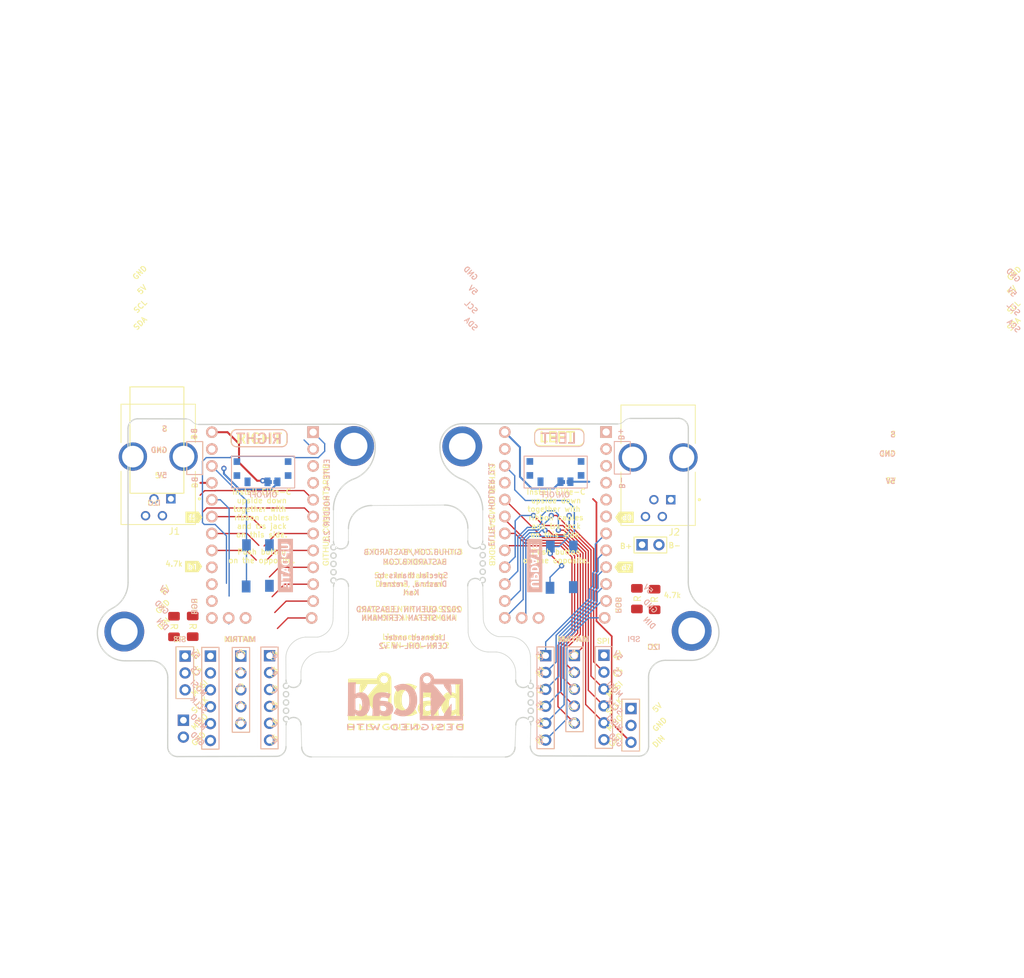
<source format=kicad_pcb>
(kicad_pcb (version 20221018) (generator pcbnew)
  (layers (0 "F.Cu" signal) (31 "B.Cu" signal) (34 "B.Paste" user) (35 "F.Paste" user) (36 "B.SilkS" user "B.Silkscreen") (37 "F.SilkS" user "F.Silkscreen") (38 "B.Mask" user) (39 "F.Mask" user) (44 "Edge.Cuts" user))
  (net 0 "")
  (net 1 "Rst")
  (net 2 "Rst2")
  (net 3 "rgb_r")
  (net 4 "rgb_l")
  (net 5 "ss_l")
  (net 6 "ss_r")
  (net 7 "col3_l")
  (net 8 "row1_l")
  (net 9 "col2_l")
  (net 10 "col1_l")
  (net 11 "row2_l")
  (net 12 "row4_l")
  (net 13 "row3_l")
  (net 14 "col4_l")
  (net 15 "col5_l")
  (net 16 "col6_l")
  (net 17 "row5_l")
  (net 18 "col3_r")
  (net 19 "row1_r")
  (net 20 "col2_r")
  (net 21 "col1_r")
  (net 22 "row2_r")
  (net 23 "row4_r")
  (net 24 "row3_r")
  (net 25 "col4_r")
  (net 26 "col5_r")
  (net 27 "col6_r")
  (net 28 "row5_r")
  (net 29 "GND")
  (net 30 "scl_l")
  (net 31 "sda_l")
  (net 32 "scl_r")
  (net 33 "sda_r")
  (net 34 "+5V")
  (net 35 "serial_r")
  (net 36 "miso_l")
  (net 37 "sc_l")
  (net 38 "mosi_l")
  (net 39 "miso_r")
  (net 40 "sc_r")
  (net 41 "mosi_r")
  (net 42 "split_hand_r")
  (net 43 "serial_l")
  (net 44 "bat_l")
  (net 45 "bat_r")
  (net 46 "split_hand_l")
  (net 47 "bat_sw_l")
  (net 48 "bat_sw_r")
  (footprint "Library:5_PinHeader" (layer "F.Cu") (at 130.302 102.87)
    (fp_text reference "J9" hide)
    (fp_text value "Ribbon")
  )
  (footprint "LOGO" (layer "F.Cu") (at 155 109.7)
    (fp_text reference "G***" hide)
    (fp_text value "LOGO" hide)
  )
  (footprint "Library:6_PinHeader" (layer "F.Cu") (at 176.149 102.799999)
    (fp_text reference "J12" hide)
    (fp_text value "Ribbon")
  )
  (footprint "Library:header1x03" (layer "F.Cu") (at 121.92 102.87)
    (fp_text reference "J4" hide)
    (fp_text value "RGB")
  )
  (footprint "Library:header1x03" (layer "F.Cu") (at 188.976 110.759)
    (fp_text reference "J5" hide)
    (fp_text value "RGB")
  )
  (footprint "kibuzzard-61F01940" (layer "F.Cu") (at 130.15 100.307596)
    (fp_text reference "kibuzzard-61F01940" hide)
    (fp_text value "G***" hide)
  )
  (footprint "Library:MountingHole_4mm_Pad_thin" (layer "F.Cu") (at 198.103921 99.08266)
    (fp_text reference "H3" hide)
    (fp_text value "M4")
  )
  (footprint "kibuzzard-6208EE22" (layer "F.Cu") (at 188 82)
    (fp_text reference "kibuzzard-6208EE22" hide)
    (fp_text value "G***" hide)
  )
  (footprint "kibuzzard-620B8D91" (layer "F.Cu") (at 117.25 79.8)
    (fp_text reference "kibuzzard-620B8D91" hide)
    (fp_text value "G***" hide)
  )
  (footprint "Library:5_PinHeader" (layer "F.Cu") (at 180.467 102.779999)
    (fp_text reference "J11" hide)
    (fp_text value "Ribbon")
  )
  (footprint "JohnDeereLibrary:MOLEX_0955012401" (layer "F.Cu") (at 193.0595 72.998 180)
    (fp_text reference "J2")
    (fp_text value "RJ9")
  )
  (footprint "kibuzzard-62094D1C" (layer "F.Cu") (at 187.9 89.5)
    (fp_text reference "kibuzzard-62094D1C" hide)
    (fp_text value "G***" hide)
  )
  (footprint "Library:R_1206_handsolder" (layer "F.Cu") (at 123.063 98.399 -90)
    (fp_text reference "R2" hide)
    (fp_text value "4.7k")
  )
  (footprint "Library:PinHeader_1x02_P2.54mm_Vertical" (layer "F.Cu") (at 190.642 86.127 90)
    (fp_text reference "J6" hide)
    (fp_text value "battery charge")
  )
  (footprint "Library:R_1206_handsolder" (layer "F.Cu") (at 192.532 94.361 -90)
    (fp_text reference "R1" hide)
    (fp_text value "5.1k")
  )
  (footprint "Library:MountingHole_4mm_Pad_thin" (layer "F.Cu") (at 112.776 99.18266)
    (fp_text reference "H4" hide)
    (fp_text value "M4")
  )
  (footprint "kibuzzard-61F019CB" (layer "F.Cu") (at 187.1 95.22795 -90)
    (fp_text reference "kibuzzard-61F019CB" hide)
    (fp_text value "G***" hide)
  )
  (footprint "Library:6_PinHeader" (layer "F.Cu") (at 125.73 102.87)
    (fp_text reference "J7" hide)
    (fp_text value "trackball")
  )
  (footprint "Library:MountingHole_4mm_Pad_thin" (layer "F.Cu") (at 147.33762 71.28266)
    (fp_text reference "H2" hide)
    (fp_text value "M4")
  )
  (footprint "kibuzzard-6208EFFE" (layer "F.Cu") (at 177.972311 69.878921)
    (fp_text reference "kibuzzard-6208EFFE" hide)
    (fp_text value "G***" hide)
  )
  (footprint "kibuzzard-61F01B61" (layer "F.Cu") (at 133.131898 70.089775)
    (fp_text reference "kibuzzard-61F01B61" hide)
    (fp_text value "G***" hide)
  )
  (footprint "kibuzzard-620B8D91" (layer "F.Cu") (at 192.405 101.473)
    (fp_text reference "kibuzzard-620B8D91" hide)
    (fp_text value "G***" hide)
  )
  (footprint "kibuzzard-61F01A92" (layer "F.Cu") (at 168.07 81.6 -90)
    (fp_text reference "kibuzzard-61F01A92" hide)
    (fp_text value "G***" hide)
  )
  (footprint "Library:PinHeader_1x02_P2.54mm_Vertical" (layer "F.Cu") (at 121.666 112.517)
    (fp_text reference "J3" hide)
    (fp_text value "battery charge")
  )
  (footprint "kibuzzard-62093EDE" (layer "F.Cu") (at 123.2 89.4)
    (fp_text reference "kibuzzard-62093EDE" hide)
    (fp_text value "G***" hide)
  )
  (footprint "kibuzzard-61F01957" (layer "F.Cu") (at 121.07 100.319999)
    (fp_text reference "kibuzzard-61F01957" hide)
    (fp_text value "G***" hide)
  )
  (footprint "kibuzzard-6208EDFE" (layer "F.Cu") (at 123.25 82)
    (fp_text reference "kibuzzard-6208EDFE" hide)
    (fp_text value "G***" hide)
  )
  (footprint "kibuzzard-61F01940" (layer "F.Cu") (at 180.2962 100.287596)
    (fp_text reference "kibuzzard-61F01940" hide)
    (fp_text value "G***" hide)
  )
  (footprint "Library:R_1206_handsolder" (layer "F.Cu") (at 120.25 98.425 -90)
    (fp_text reference "R4" hide)
    (fp_text value "4.7k")
  )
  (footprint "JohnDeereLibrary:MOLEX_0955012401" (layer "F.Cu") (at 117.8755 72.871 180)
    (fp_text reference "J1")
    (fp_text value "RJ9")
  )
  (footprint "Library:MountingHole_4mm_Pad_thin" (layer "F.Cu") (at 163.603921 71.33266)
    (fp_text reference "H1" hide)
    (fp_text value "M4")
  )
  (footprint "kibuzzard-61F019CB" (layer "F.Cu") (at 123.3 95.39205 90)
    (fp_text reference "kibuzzard-61F019CB" hide)
    (fp_text value "G***" hide)
  )
  (footprint "kibuzzard-61F01A92" (layer "F.Cu") (at 143.1 81.6 90)
    (fp_text reference "kibuzzard-61F01A92" hide)
    (fp_text value "G***" hide)
  )
  (footprint "kibuzzard-61F01957" (layer "F.Cu") (at 184.785 100.584)
    (fp_text reference "kibuzzard-61F01957" hide)
    (fp_text value "G***" hide)
  )
  (footprint "Library:R_1206_handsolder" (layer "F.Cu") (at 189.865 94.234 -90)
    (fp_text reference "R3" hide)
    (fp_text value "5.1k")
  )
  (footprint "Library:6_PinHeader" (layer "F.Cu") (at 184.912 102.743)
    (fp_text reference "J8" hide)
    (fp_text value "trackball")
  )
  (footprint "Library:6_PinHeader" (layer "F.Cu") (at 134.62 102.819999)
    (fp_text reference "J10" hide)
    (fp_text value "Ribbon")
  )
  (footprint "kibuzzard-61F01957" (layer "B.Cu") (at 189.443399 100.299999 180)
    (fp_text reference "kibuzzard-61F01957" hide)
    (fp_text value "G***" hide)
  )
  (footprint "kibuzzard-61F01C84" (layer "B.Cu") (at 137 89.25 -90)
    (fp_text reference "kibuzzard-61F01C84" hide)
    (fp_text value "G***" hide)
  )
  (footprint "Library:power_switch_jumper" (layer "B.Cu") (at 135.0825 76.7 90)
    (fp_text reference "JP1" hide)
    (fp_text value "Jumper_2_Open" hide)
  )
  (footprint "Library:SW_SPDT+H-MSK12C01_hor(7pin_SMD)" (layer "B.Cu") (at 177.62 74.65)
    (fp_text reference "SW4")
    (fp_text value "SW_SPDT")
  )
  (footprint "Library:power_switch_jumper" (layer "B.Cu") (at 179.1825 76.7 90)
    (fp_text reference "JP2" hide)
    (fp_text value "Jumper_2_Open" hide)
  )
  (footprint "kibuzzard-61F019CB" (layer "B.Cu") (at 123.3 95.42 -90)
    (fp_text reference "kibuzzard-61F019CB" hide)
    (fp_text value "G***" hide)
  )
  (footprint "Library:Elite-C" (layer "B.Cu") (at 177.62 83.15 -90)
    (fp_text reference "U2" hide)
    (fp_text value "eliteC" hide)
  )
  (footprint "kibuzzard-620B8D91" (layer "B.Cu") (at 192.405 101.473 180)
    (fp_text reference "kibuzzard-620B8D91" hide)
    (fp_text value "G***" hide)
  )
  (footprint "Library:PushSwitch" (layer "B.Cu") (at 178.6 89.5 -90)
    (fp_text reference "SW2" hide)
    (fp_text value "SW_SPST")
  )
  (footprint "kibuzzard-620B8593" (layer "B.Cu") (at 133.5 78.6 180)
    (fp_text reference "kibuzzard-620B8593" hide)
    (fp_text value "G***" hide)
  )
  (footprint "kibuzzard-620B8593" (layer "B.Cu") (at 177.5 78.6 180)
    (fp_text reference "kibuzzard-620B8593" hide)
    (fp_text value "G***" hide)
  )
  (footprint "kibuzzard-61F01C84" (layer "B.Cu") (at 174.5 89.25 90)
    (fp_text reference "kibuzzard-61F01C84" hide)
    (fp_text value "G***" hide)
  )
  (footprint "kibuzzard-6208EFFE" (layer "B.Cu") (at 177.972311 70.078921 180)
    (fp_text reference "kibuzzard-6208EFFE" hide)
    (fp_text value "G***" hide)
  )
  (footprint "kibuzzard-620B8D91" (layer "B.Cu") (at 117.25 79.8 180)
    (fp_text reference "kibuzzard-620B8D91" hide)
    (fp_text value "G***" hide)
  )
  (footprint "Library:PushSwitch" (layer "B.Cu") (at 132.9 89.3 -90)
    (fp_text reference "SW1" hide)
    (fp_text value "SW_SPST")
  )
  (footprint "Library:Elite-C" (layer "B.Cu") (at 133.56 83.17 -90)
    (fp_text reference "U1" hide)
    (fp_text value "eliteC" hide)
  )
  (footprint "kibuzzard-61F01940" (layer "B.Cu") (at 130.2 100.307596 180)
    (fp_text reference "kibuzzard-61F01940" hide)
    (fp_text value "G***" hide)
  )
  (footprint "LOGO" (layer "B.Cu") (at 155.137365 109.729936 180)
    (fp_text reference "G***" hide)
    (fp_text value "LOGO" hide)
  )
  (footprint "Library:SW_SPDT+H-MSK12C01_hor(7pin_SMD)" (layer "B.Cu") (at 133.56 74.67)
    (fp_text reference "SW3")
    (fp_text value "SW_SPDT")
  )
  (footprint "kibuzzard-61F01957" (layer "B.Cu") (at 121.15 100.319999 180)
    (fp_text reference "kibuzzard-61F01957" hide)
    (fp_text value "G***" hide)
  )
  (footprint "kibuzzard-61F01940" (layer "B.Cu") (at 180.3462 100.287596 180)
    (fp_text reference "kibuzzard-61F01940" hide)
    (fp_text value "G***" hide)
  )
  (footprint "kibuzzard-61F01B61" (layer "B.Cu") (at 132.951528 70.110754 180)
    (fp_text reference "kibuzzard-61F01B61" hide)
    (fp_text value "G***" hide)
  )
  (footprint "kibuzzard-61F019CB" (layer "B.Cu") (at 187.1 95.2 90)
    (fp_text reference "kibuzzard-61F019CB" hide)
    (fp_text value "G***" hide)
  )
  (gr_arc (start 129.654811 71.391078) (mid 129.111527 71.160324) (end 128.873922 70.62) (stroke (width 0.15)) (layer "B.SilkS"))
  (gr_rect (start 128.9 72.8) (end 138.4 77.6) (stroke (width 0.15)) (fill none) (layer "B.SilkS"))
  (gr_line (start 181.893389 69.571081) (end 181.893389 70.590192) (stroke (width 0.12)) (layer "B.SilkS"))
  (gr_rect (start 122.17 70.61) (end 124.57 75.56) (stroke (width 0.15)) (fill none) (layer "B.SilkS"))
  (gr_arc (start 175.272311 71.371081) (mid 174.72906 71.140293) (end 174.491422 70.600003) (stroke (width 0.12)) (layer "B.SilkS"))
  (gr_line (start 136.495 68.82) (end 129.67 68.82) (stroke (width 0.15)) (layer "B.SilkS"))
  (gr_arc (start 181.1125 68.800003) (mid 181.655751 69.030791) (end 181.893389 69.571081) (stroke (width 0.12)) (layer "B.SilkS"))
  (gr_arc (start 181.893389 70.590192) (mid 181.653719 71.142086) (end 181.097311 71.371082) (stroke (width 0.12)) (layer "B.SilkS"))
  (gr_line (start 175.272311 71.371081) (end 181.097311 71.371081) (stroke (width 0.12)) (layer "B.SilkS"))
  (gr_line (start 174.491422 70.600003) (end 174.491422 69.580892) (stroke (width 0.12)) (layer "B.SilkS"))
  (gr_line (start 181.1125 68.800003) (end 175.2875 68.800002) (stroke (width 0.12)) (layer "B.SilkS"))
  (gr_arc (start 136.495 68.82) (mid 137.038284 69.050754) (end 137.275889 69.591078) (stroke (width 0.15)) (layer "B.SilkS"))
  (gr_line (start 129.654811 71.391078) (end 136.479811 71.391079) (stroke (width 0.15)) (layer "B.SilkS"))
  (gr_line (start 137.275889 69.591078) (end 137.275889 70.610189) (stroke (width 0.15)) (layer "B.SilkS"))
  (gr_rect (start 172.9 72.8) (end 182.4 77.6) (stroke (width 0.15)) (fill none) (layer "B.SilkS"))
  (gr_arc (start 174.491422 69.580892) (mid 174.731092 69.028998) (end 175.2875 68.800002) (stroke (width 0.12)) (layer "B.SilkS"))
  (gr_line (start 128.873922 70.62) (end 128.873922 69.600889) (stroke (width 0.15)) (layer "B.SilkS"))
  (gr_arc (start 128.873922 69.600889) (mid 129.113616 69.04902) (end 129.67 68.819999) (stroke (width 0.15)) (layer "B.SilkS"))
  (gr_rect (start 186.47 70.6) (end 188.87 75.5) (stroke (width 0.15)) (fill none) (layer "B.SilkS"))
  (gr_arc (start 137.275889 70.610189) (mid 137.036195 71.162058) (end 136.479811 71.391079) (stroke (width 0.15)) (layer "B.SilkS"))
  (gr_rect (start 189.437 84.963) (end 194.357 87.363) (stroke (width 0.15)) (fill none) (layer "F.SilkS"))
  (gr_line (start 128.807537 70.58921) (end 128.807537 69.570099) (stroke (width 0.15)) (layer "F.SilkS"))
  (gr_line (start 129.603615 71.3701) (end 136.428615 71.370099) (stroke (width 0.15)) (layer "F.SilkS"))
  (gr_arc (start 137.209504 70.599021) (mid 136.971899 71.139345) (end 136.428615 71.370099) (stroke (width 0.15)) (layer "F.SilkS"))
  (gr_line (start 181.893389 69.409811) (end 181.893389 70.428922) (stroke (width 0.12)) (layer "F.SilkS"))
  (gr_arc (start 181.893389 70.428922) (mid 181.655751 70.969212) (end 181.1125 71.2) (stroke (width 0.12)) (layer "F.SilkS"))
  (gr_rect (start 122.17 70.61) (end 124.57 75.58) (stroke (width 0.15)) (fill none) (layer "F.SilkS"))
  (gr_arc (start 181.097311 68.628921) (mid 181.653719 68.857917) (end 181.893389 69.409811) (stroke (width 0.12)) (layer "F.SilkS"))
  (gr_arc (start 175.2875 71.200001) (mid 174.731092 70.971005) (end 174.491422 70.419111) (stroke (width 0.12)) (layer "F.SilkS"))
  (gr_arc (start 174.491422 69.4) (mid 174.72906 68.85971) (end 175.272311 68.628922) (stroke (width 0.12)) (layer "F.SilkS"))
  (gr_line (start 174.491422 70.419111) (end 174.491422 69.4) (stroke (width 0.12)) (layer "F.SilkS"))
  (gr_line (start 181.097311 68.628921) (end 175.272311 68.628922) (stroke (width 0.12)) (layer "F.SilkS"))
  (gr_arc (start 128.807537 69.570099) (mid 129.045142 69.029775) (end 129.588426 68.799021) (stroke (width 0.15)) (layer "F.SilkS"))
  (gr_arc (start 129.603615 71.3701) (mid 129.047231 71.141079) (end 128.807537 70.58921) (stroke (width 0.15)) (layer "F.SilkS"))
  (gr_line (start 175.2875 71.2) (end 181.1125 71.2) (stroke (width 0.12)) (layer "F.SilkS"))
  (gr_rect (start 113.62762 62.38266) (end 121.73762 78.38266) (stroke (width 0.15)) (fill none) (layer "F.SilkS"))
  (gr_line (start 137.209504 69.57991) (end 137.209504 70.599021) (stroke (width 0.15)) (layer "F.SilkS"))
  (gr_arc (start 136.413426 68.79902) (mid 136.96981 69.028041) (end 137.209504 69.57991) (stroke (width 0.15)) (layer "F.SilkS"))
  (gr_line (start 136.413426 68.799021) (end 129.588426 68.799021) (stroke (width 0.15)) (layer "F.SilkS"))
  (gr_arc (start 173.792097 112.733917) (mid 173.876853 112.972999) (end 173.90589 113.224993) (stroke (width 0.2)) (layer "Edge.Cuts"))
  (gr_arc (start 113.341486 91.773749) (mid 112.713926 94.049213) (end 111.001486 95.673749) (stroke (width 0.2)) (layer "Edge.Cuts"))
  (gr_line (start 168.715247 102.254538) (end 167.490399 102.254538) (stroke (width 0.1)) (layer "Edge.Cuts"))
  (gr_line (start 137.096291 106.475003) (end 137.07 103.02) (stroke (width 0.1)) (layer "Edge.Cuts"))
  (gr_arc (start 123.961303 68.03306) (mid 123.432539 67.923329) (end 123 67.6) (stroke (width 0.1)) (layer "Edge.Cuts"))
  (gr_line (start 120.775358 117.982362) (end 135.631351 117.953354) (stroke (width 0.2)) (layer "Edge.Cuts"))
  (gr_circle (center 166.676385 90.188657) (end 166.676385 90.588657) (stroke (width 0.2)) (fill none) (layer "Edge.Cuts"))
  (gr_arc (start 144.230005 80.872466) (mid 144.961194 78.178153) (end 147.046951 76.322466) (stroke (width 0.2)) (layer "Edge.Cuts"))
  (gr_line (start 170.932032 99.95202) (end 169.060898 99.95202) (stroke (width 0.1)) (layer "Edge.Cuts"))
  (gr_line (start 141.87 100.02) (end 139.998866 100.02) (stroke (width 0.1)) (layer "Edge.Cuts"))
  (gr_circle (center 137.102181 109.849998) (end 137.102181 110.249998) (stroke (width 0.2)) (fill none) (layer "Edge.Cuts"))
  (gr_arc (start 146.48 85.627716) (mid 145.830958 86.649039) (end 144.631224 86.490941) (stroke (width 0.2)) (layer "Edge.Cuts"))
  (gr_line (start 139.454235 116.557869) (end 139.358068 113.221065) (stroke (width 0.1)) (layer "Edge.Cuts"))
  (gr_arc (start 144.353864 91.890163) (mid 143.92409 91.26161) (end 144.640003 91.520942) (stroke (width 0.2)) (layer "Edge.Cuts"))
  (gr_arc (start 191.628074 116.465413) (mid 191.192415 117.495394) (end 190.15554 117.914382) (stroke (width 0.2)) (layer "Edge.Cuts"))
  (gr_line (start 146.48 85.627716) (end 146.488218 83.7) (stroke (width 0.1)) (layer "Edge.Cuts"))
  (gr_line (start 140.903204 118.03399) (end 170.087195 118.041847) (stroke (width 0.1)) (layer "Edge.Cuts"))
  (gr_arc (start 166.560598 91.822183) (mid 166.648817 92.061652) (end 166.689112 92.313653) (stroke (width 0.2)) (layer "Edge.Cuts"))
  (gr_line (start 173.90589 113.224993) (end 173.837548 116.409253) (stroke (width 0.1)) (layer "Edge.Cuts"))
  (gr_arc (start 168.715247 102.254538) (mid 170.739638 103.207857) (end 171.644113 105.254538) (stroke (width 0.1)) (layer "Edge.Cuts"))
  (gr_arc (start 173.504672 112.365697) (mid 174.219675 112.103869) (end 173.792097 112.733917) (stroke (width 0.2)) (layer "Edge.Cuts"))
  (gr_line (start 144.230005 85.631645) (end 144.230005 80.872466) (stroke (width 0.1)) (layer "Edge.Cuts"))
  (gr_line (start 112.943471 103.585074) (end 116.773949 103.576051) (stroke (width 0.2)) (layer "Edge.Cuts"))
  (gr_arc (start 147.305648 67.994096) (mid 149.64034 69.075303) (end 150.500942 71.5) (stroke (width 0.2)) (layer "Edge.Cuts"))
  (gr_arc (start 144.17 97.12) (mid 143.551367 98.991429) (end 141.87 100.02) (stroke (width 0.1)) (layer "Edge.Cuts"))
  (gr_arc (start 199.929412 95.605769) (mid 202.084528 100.328794) (end 197.987427 103.517094) (stroke (width 0.2)) (layer "Edge.Cuts"))
  (gr_circle (center 144.233714 87.756642) (end 144.233714 88.156642) (stroke (width 0.2)) (fill none) (layer "Edge.Cuts"))
  (gr_arc (start 173.894109 106.475005) (mid 173.865952 106.727098) (end 173.782031 106.966475) (stroke (width 0.2)) (layer "Edge.Cuts"))
  (gr_arc (start 160.25 71.5) (mid 161.167564 68.985797) (end 163.62525 67.926116) (stroke (width 0.2)) (layer "Edge.Cuts"))
  (gr_line (start 137.108072 113.224991) (end 137.09335 116.477233) (stroke (width 0.1)) (layer "Edge.Cuts"))
  (gr_circle (center 144.235895 89.00664) (end 144.235895 89.40664) (stroke (width 0.2)) (fill none) (layer "Edge.Cuts"))
  (gr_arc (start 150.500942 71.5) (mid 149.564986 74.477799) (end 147.046951 76.322466) (stroke (width 0.2)) (layer "Edge.Cuts"))
  (gr_circle (center 173.902181 111.099996) (end 173.902181 110.699996) (stroke (width 0.2)) (fill none) (layer "Edge.Cuts"))
  (gr_arc (start 137.506289 112.3643) (mid 138.705464 112.202013) (end 139.358068 113.221065) (stroke (width 0.2)) (layer "Edge.Cuts"))
  (gr_arc (start 144.640003 91.520942) (mid 145.839178 91.358655) (end 146.491782 92.377707) (stroke (width 0.2)) (layer "Edge.Cuts"))
  (gr_line (start 186.969595 67.96508) (end 163.62525 67.926116) (stroke (width 0.2)) (layer "Edge.Cuts"))
  (gr_arc (start 144.241786 92.381633) (mid 144.269943 92.12954) (end 144.353864 91.890163) (stroke (width 0.2)) (layer "Edge.Cuts"))
  (gr_line (start 171.644113 106.478931) (end 171.644113 105.254538) (stroke (width 0.1)) (layer "Edge.Cuts"))
  (gr_line (start 144.17 97.12) (end 144.241786 92.381633) (stroke (width 0.1)) (layer "Edge.Cuts"))
  (gr_line (start 191.616949 106.048071) (end 191.628074 116.465413) (stroke (width 0.2)) (layer "Edge.Cuts"))
  (gr_arc (start 170.932032 99.95202) (mid 172.956423 100.905339) (end 173.860898 102.95202) (stroke (width 0.1)) (layer "Edge.Cuts"))
  (gr_arc (start 139.346286 106.471074) (mid 138.697244 107.492397) (end 137.49751 107.334299) (stroke (width 0.2)) (layer "Edge.Cuts"))
  (gr_arc (start 137.210084 106.966079) (mid 137.125328 106.726997) (end 137.096291 106.475003) (stroke (width 0.2)) (layer "Edge.Cuts"))
  (gr_line (start 164.434462 85.559736) (end 164.44268 83.63202) (stroke (width 0.1)) (layer "Edge.Cuts"))
  (gr_line (start 166.689112 92.313653) (end 166.760898 97.05202) (stroke (width 0.1)) (layer "Edge.Cuts"))
  (gr_line (start 146.491782 92.377707) (end 146.5 99.317815) (stroke (width 0.1)) (layer "Edge.Cuts"))
  (gr_arc (start 166.283238 86.422961) (mid 165.083504 86.581059) (end 164.434462 85.559736) (stroke (width 0.2)) (layer "Edge.Cuts"))
  (gr_circle (center 173.9 109.849998) (end 173.9 109.449998) (stroke (width 0.2)) (fill none) (layer "Edge.Cuts"))
  (gr_line (start 147.305648 67.994096) (end 123.961303 68.03306) (stroke (width 0.2)) (layer "Edge.Cuts"))
  (gr_arc (start 122.1 67.2) (mid 122.587196 67.31631) (end 123 67.6) (stroke (width 0.1)) (layer "Edge.Cuts"))
  (gr_line (start 139.346286 105.246681) (end 139.346286 106.471074) (stroke (width 0.1)) (layer "Edge.Cuts"))
  (gr_arc (start 187.930898 67.53202) (mid 187.498359 67.855349) (end 186.969595 67.96508) (stroke (width 0.1)) (layer "Edge.Cuts"))
  (gr_line (start 122.1 67.2) (end 114.781486 67.183749) (stroke (width 0.2)) (layer "Edge.Cuts"))
  (gr_arc (start 139.346286 105.246681) (mid 140.250761 103.2) (end 142.275152 102.246681) (stroke (width 0.1)) (layer "Edge.Cuts"))
  (gr_arc (start 167.490399 102.254538) (mid 165.443718 101.350063) (end 164.490399 99.325672) (stroke (width 0.1)) (layer "Edge.Cuts"))
  (gr_circle (center 173.897818 108.600001) (end 173.897818 108.200001) (stroke (width 0.2)) (fill none) (layer "Edge.Cuts"))
  (gr_arc (start 163.703991 76.322466) (mid 161.185957 74.477798) (end 160.25 71.5) (stroke (width 0.2)) (layer "Edge.Cuts"))
  (gr_circle (center 137.1 108.6) (end 137.1 109) (stroke (width 0.2)) (fill none) (layer "Edge.Cuts"))
  (gr_arc (start 137.497509 107.334299) (mid 136.782506 107.596127) (end 137.210084 106.966079) (stroke (width 0.2)) (layer "Edge.Cuts"))
  (gr_arc (start 169.060898 99.95202) (mid 167.379531 98.923449) (end 166.760898 97.05202) (stroke (width 0.1)) (layer "Edge.Cuts"))
  (gr_arc (start 112.943471 103.585074) (mid 108.84637 100.396774) (end 111.001486 95.673749) (stroke (width 0.2)) (layer "Edge.Cuts"))
  (gr_arc (start 144.343798 86.122721) (mid 144.259042 85.883639) (end 144.230005 85.631645) (stroke (width 0.2)) (layer "Edge.Cuts"))
  (gr_line (start 173.860898 102.95202) (end 173.894109 106.475005) (stroke (width 0.1)) (layer "Edge.Cuts"))
  (gr_line (start 175.299547 117.885374) (end 190.15554 117.914382) (stroke (width 0.2)) (layer "Edge.Cuts"))
  (gr_circle (center 137.104363 111.099995) (end 137.104363 111.499995) (stroke (width 0.2)) (fill none) (layer "Edge.Cuts"))
  (gr_arc (start 113.331486 68.653749) (mid 113.754912 67.621278) (end 114.781486 67.183749) (stroke (width 0.2)) (layer "Edge.Cuts"))
  (gr_arc (start 146.5 99.317815) (mid 145.546681 101.342206) (end 143.5 102.246681) (stroke (width 0.1)) (layer "Edge.Cuts"))
  (gr_line (start 197.589412 91.705769) (end 197.599412 68.585769) (stroke (width 0.2)) (layer "Edge.Cuts"))
  (gr_line (start 119.302824 116.533393) (end 119.313949 106.116051) (stroke (width 0.2)) (layer "Edge.Cuts"))
  (gr_arc (start 187.930898 67.53202) (mid 188.343703 67.24833) (end 188.830898 67.13202) (stroke (width 0.1)) (layer "Edge.Cuts"))
  (gr_arc (start 163.703991 76.322466) (mid 165.856247 78.16381) (end 166.684457 80.872466) (stroke (width 0.2)) (layer "Edge.Cuts"))
  (gr_arc (start 173.782031 106.966475) (mid 174.211805 107.595028) (end 173.495892 107.335696) (stroke (width 0.2)) (layer "Edge.Cuts"))
  (gr_line (start 194.156949 103.508071) (end 197.987427 103.517094) (stroke (width 0.2)) (layer "Edge.Cuts"))
  (gr_arc (start 137.09335 116.477233) (mid 136.67 117.52) (end 135.631351 117.953354) (stroke (width 0.2)) (layer "Edge.Cuts"))
  (gr_arc (start 171.655895 113.228922) (mid 172.304937 112.207599) (end 173.504671 112.365697) (stroke (width 0.2)) (layer "Edge.Cuts"))
  (gr_arc (start 173.495892 107.335696) (mid 172.296717 107.497983) (end 171.644113 106.478931) (stroke (width 0.2)) (layer "Edge.Cuts"))
  (gr_arc (start 120.775358 117.982362) (mid 119.738483 117.563374) (end 119.302824 116.533393) (stroke (width 0.2)) (layer "Edge.Cuts"))
  (gr_line (start 143.5 102.246681) (end 142.275152 102.246681) (stroke (width 0.1)) (layer "Edge.Cuts"))
  (gr_arc (start 171.536164 116.565726) (mid 171.117394 117.603878) (end 170.087195 118.041847) (stroke (width 0.2)) (layer "Edge.Cuts"))
  (gr_circle (center 166.678567 88.93866) (end 166.678567 89.33866) (stroke (width 0.2)) (fill none) (layer "Edge.Cuts"))
  (gr_circle (center 166.680748 87.688662) (end 166.680748 88.088662) (stroke (width 0.2)) (fill none) (layer "Edge.Cuts"))
  (gr_arc (start 166.684457 85.563665) (mid 166.65542 85.815659) (end 166.570664 86.054741) (stroke (width 0.2)) (layer "Edge.Cuts"))
  (gr_arc (start 116.773949 103.576051) (mid 118.57 104.32) (end 119.313949 106.116051) (stroke (width 0.2)) (layer "Edge.Cuts"))
  (gr_arc (start 144.631223 86.490941) (mid 143.91622 86.752769) (end 144.343798 86.122721) (stroke (width 0.2)) (layer "Edge.Cuts"))
  (gr_line (start 171.655895 113.228922) (end 171.536164 116.565726) (stroke (width 0.1)) (layer "Edge.Cuts"))
  (gr_arc (start 146.488218 83.7) (mid 147.519123 81.230649) (end 149.999469 80.226486) (stroke (width 0.2)) (layer "Edge.Cuts"))
  (gr_arc (start 137.108072 113.224991) (mid 137.136229 112.972898) (end 137.22015 112.733521) (stroke (width 0.2)) (layer "Edge.Cuts"))
  (gr_line (start 196.149412 67.115769) (end 188.830898 67.13202) (stroke (width 0.2)) (layer "Edge.Cuts"))
  (gr_arc (start 137.07 103.02) (mid 137.974475 100.973319) (end 139.998866 100.02) (stroke (width 0.1)) (layer "Edge.Cuts"))
  (gr_arc (start 140.903204 118.03399) (mid 139.873005 117.596021) (end 139.454235 116.557869) (stroke (width 0.2)) (layer "Edge.Cuts"))
  (gr_arc (start 175.299547 117.885374) (mid 174.260898 117.45202) (end 173.837548 116.409253) (stroke (width 0.2)) (layer "Edge.Cuts"))
  (gr_line (start 164.42268 92.309727) (end 164.490399 99.325672) (stroke (width 0.1)) (layer "Edge.Cuts"))
  (gr_arc (start 199.929412 95.605769) (mid 198.216972 93.981233) (end 197.589412 91.705769) (stroke (width 0.2)) (layer "Edge.Cuts"))
  (gr_line (start 166.684457 80.872466) (end 166.684457 85.563665) (stroke (width 0.1)) (layer "Edge.Cuts"))
  (gr_arc (start 164.42268 92.309727) (mid 165.075283 91.290673) (end 166.274459 91.452962) (stroke (width 0.2)) (layer "Edge.Cuts"))
  (gr_arc (start 196.149412 67.115769) (mid 197.175986 67.553298) (end 197.599412 68.585769) (stroke (width 0.2)) (layer "Edge.Cuts"))
  (gr_arc (start 160.931429 80.158506) (mid 163.411775 81.162669) (end 164.44268 83.63202) (stroke (width 0.2)) (layer "Edge.Cuts"))
  (gr_circle (center 144.238077 90.256637) (end 144.238077 90.656637) (stroke (width 0.2)) (fill none) (layer "Edge.Cuts"))
  (gr_arc (start 137.22015 112.733521) (mid 136.790376 112.104968) (end 137.506289 112.3643) (stroke (width 0.2)) (layer "Edge.Cuts"))
  (gr_line (start 113.331486 68.653749) (end 113.341486 91.773749) (stroke (width 0.2)) (layer "Edge.Cuts"))
  (gr_arc (start 166.570664 86.054741) (mid 166.998242 86.684789) (end 166.283239 86.422961) (stroke (width 0.2)) (layer "Edge.Cuts"))
  (gr_arc (start 166.274459 91.452962) (mid 166.990372 91.19363) (end 166.560598 91.822183) (stroke (width 0.2)) (layer "Edge.Cuts"))
  (gr_line (start 149.999469 80.226486) (end 160.931429 80.158506) (stroke (width 0.1)) (layer "Edge.Cuts"))
  (gr_arc (start 191.616949 106.048071) (mid 192.360898 104.25202) (end 194.156949 103.508071) (stroke (width 0.2)) (layer "Edge.Cuts"))
  (gr_text "ELITE-C HOLDER 2.1" (at 143.25 79.55 90) (layer "B.SilkS") (effects (font (size 0.8 0.8)) (justify mirror)))
  (gr_text "R4" (at 175.37 102.76 -45) (layer "B.SilkS") (effects (font (size 0.8 0.8)) (justify mirror)))
  (gr_text "C2" (at 180.3462 107.82 -45) (layer "B.SilkS") (effects (font (size 0.8 0.8)) (justify mirror)))
  (gr_text "C4" (at 175.37 107.84 -45) (layer "B.SilkS") (effects (font (size 0.8 0.8)) (justify mirror)))
  (gr_text "R4" (at 135.0938 102.760001 315) (layer "B.SilkS") (effects (font (size 0.8 0.8)) (justify mirror)))
  (gr_text "C6" (at 135.0938 112.920001 315) (layer "B.SilkS") (effects (font (size 0.8 0.8)) (justify mirror)))
  (gr_text "R5" (at 135.0938 115.460001 315) (layer "B.SilkS") (effects (font (size 0.8 0.8)) (justify mirror)))
  (gr_text "R2" (at 180.3462 112.9 -45) (layer "B.SilkS") (effects (font (size 0.8 0.8)) (justify mirror)))
  (gr_text "C6" (at 175.37 112.92 -45) (layer "B.SilkS") (effects (font (size 0.8 0.8)) (justify mirror)))
  (gr_text "R5" (at 175.3446 115.454058 -45) (layer "B.SilkS") (effects (font (size 0.8 0.8)) (justify mirror)))
  (gr_text "GND" (at 117.984762 71.88) (layer "B.SilkS") (effects (font (size 0.8 0.8)) (justify mirror)))
  (gr_text "B-" (at 187.6 76.8 270) (layer "B.SilkS") (effects (font (size 0.8 0.8)) (justify mirror)))
  (gr_text "GND" (at 227.526857 72.46) (layer "B.SilkS") (effects (font (size 0.8 0.8)) (justify mirror)))
  (gr_text "GND" (at 123.788375 115.319999 -45) (layer "B.SilkS") (effects (font (size 0.8 0.8)) (justify mirror)))
  (gr_text "C1" (at 130.25 110.279999 -45) (layer "B.SilkS") (effects (font (size 0.8 0.8)) (justify mirror)))
  (gr_text "GND" (at 191.9 95.36 -45) (layer "B.SilkS") (effects (font (size 0.8 0.8)) (justify mirror)))
  (gr_text "SCL" (at 164.933998 50.382999 -45) (layer "B.SilkS") (effects (font (size 0.8 0.8)) (justify mirror)))
  (gr_text "GND" (at 118.399814 95.54 -45) (layer "B.SilkS") (effects (font (size 0.8 0.8)) (justify mirror)))
  (gr_text "R1" (at 180.3462 105.28 -45) (layer "B.SilkS") (effects (font (size 0.8 0.8)) (justify mirror)))
  (gr_text "5V" (at 123.438189 102.619999 -45) (layer "B.SilkS") (effects (font (size 0.8 0.8)) (justify mirror)))
  (gr_text "5V" (at 228.022095 76.56) (layer "B.SilkS") (effects (font (size 0.8 0.8)) (justify mirror)))
  (gr_text "5V" (at 246.253 48.133 -45) (layer "B.SilkS") (effects (font (size 0.8 0.8)) (justify mirror)))
  (gr_text "R1" (at 130.25 105.199999 -45) (layer "B.SilkS") (effects (font (size 0.8 0.8)) (justify mirror)))
  (gr_text "C5" (at 175.37 110.38 -45) (layer "B.SilkS") (effects (font (size 0.8 0.8)) (justify mirror)))
  (gr_text "2022 QUENTIN LEBASTARD\nAND STEFAN KERKMANN\n" (at 155.55 96.5) (layer "B.SilkS") (effects (font (size 0.8 0.8)) (justify mirror)))
  (gr_text "C4" (at 135.0938 107.840001 315) (layer "B.SilkS") (effects (font (size 0.8 0.8)) (justify mirror)))
  (gr_text "ELITE-C HOLDER 2.1" (at 167.95 80.05 270) (layer "B.SilkS") (effects (font (size 0.8 0.8)) (justify mirror)))
  (gr_text "BASTARDKB.COM" (at 156.47 88.72) (layer "B.SilkS") (effects (font (size 0.8 0.8) (thickness 0.12)) (justify mirror)))
  (gr_text "SDA" (at 246.535842 53.212999 -45) (layer "B.SilkS") (effects (font (size 0.8 0.8)) (justify mirror)))
  (gr_text "Special thanks to:\nDrashna, Freznel \nKarl" (at 155.92 92.02) (layer "B.SilkS") (effects (font (size 0.8 0.8)) (justify mirror)))
  (gr_text "DIN" (at 118.54797 98.08 -45) (layer "B.SilkS") (effects (font (size 0.8 0.8)) (justify mirror)))
  (gr_text "5V" (at 118.75 93 -45) (layer "B.SilkS") (effects (font (size 0.8 0.8)) (justify mirror)))
  (gr_text "MOSI" (at 186.4962 107.879998 -45) (layer "B.SilkS") (effects (font (size 0.8 0.8)) (justify mirror)))
  (gr_text "GND" (at 164.853186 45.303 -45) (layer "B.SilkS") (effects (font (size 0.8 0.8)) (justify mirror)))
  (gr_text "GND" (at 186.657824 115.499999 -45) (layer "B.SilkS") (effects (font (size 0.8 0.8)) (justify mirror)))
  (gr_text "R3" (at 135.0938 105.300001 315) (layer "B.SilkS") (effects (font (size 0.8 0.8)) (justify mirror)))
  (gr_text "S" (at 228.364952 69.56) (layer "B.SilkS") (effects (font (size 0.8 0.8)) (justify mirror)))
  (gr_text "S" (at 118.822857 68.68) (layer "B.SilkS") (effects (font (size 0.8 0.8)) (justify mirror)))
  (gr_text "MISO" (at 186.4962 112.959998 -45) (layer "B.SilkS") (effects (font (size 0.8 0.8)) (justify mirror)))
  (gr_text "5V" (at 118.48 75.68) (layer "B.SilkS") (effects (font (size 0.8 0.8)) (justify mirror)))
  (gr_text "CS" (at 186.967604 105.339999 -45) (layer "B.SilkS") (effects (font (size 0.8 0.8)) (justify mirror)))
  (gr_text "MOSI" (at 123.95 107.699998 -45) (layer "B.SilkS") (effects (font (size 0.8 0.8)) (justify mirror)))
  (gr_text "MISO" (at 123.95 112.779998 -45) (layer "B.SilkS") (effects (font (size 0.8 0.8)) (justify mirror)))
  (gr_text "R2" (at 130.25 112.819999 -45) (layer "B.SilkS") (effects (font (size 0.8 0.8)) (justify mirror)))
  (gr_text "C3" (at 180.3462 102.74 -45) (layer "B.SilkS") (effects (font (size 0.8 0.8)) (justify mirror)))
  (gr_text "GND" (at 246.470529 45.593 -45) (layer "B.SilkS") (effects (font (size 0.8 0.8)) (justify mirror)))
  (gr_text "C3" (at 130.25 102.659999 -45) (layer "B.SilkS") (effects (font (size 0.8 0.8)) (justify mirror)))
  (gr_text "5V" (at 165.203372 47.843 -45) (layer "B.SilkS") (effects (font (size 0.8 0.8)) (justify mirror)))
  (gr_text "GITHUB.COM/BASTARDKB" (at 156.15 87.25) (layer "B.SilkS") (effects (font (size 0.8 0.8) (thickness 0.12)) (justify mirror)))
  (gr_text "R3" (at 175.37 105.3 -45) (layer "B.SilkS") (effects (font (size 0.8 0.8)) (justify mirror)))
  (gr_text "SCL" (at 246.522374 50.672999 -45) (layer "B.SilkS") (effects (font (size 0.8 0.8)) (justify mirror)))
  (gr_text "C1" (at 180.3462 110.36 -45) (layer "B.SilkS") (effects (font (size 0.8 0.8)) (justify mirror)))
  (gr_text "SDA" (at 164.920529 52.922999 -45) (layer "B.SilkS") (effects (font (size 0.8 0.8)) (justify mirror)))
  (gr_text "CS" (at 123.478595 105.159999 -45) (layer "B.SilkS") (effects (font (size 0.8 0.8)) (justify mirror)))
  (gr_text "B-" (at 123.4 76.8 90) (layer "B.SilkS") (effects (font (size 0.8 0.8)) (justify mirror)))
  (gr_text "5V" (at 187.00801 102.799999 -45) (layer "B.SilkS") (effects (font (size 0.8 0.8)) (justify mirror)))
  (gr_text "DIN" (at 191.751845 97.9 -45) (layer "B.SilkS") (effects (font (size 0.8 0.8)) (justify mirror)))
  (gr_text "SCLK" (at 186.455794 110.419998 -45) (layer "B.SilkS") (effects (font (size 0.8 0.8)) (justify mirror)))
  (gr_text "C2" (at 130.25 107.739999 -45) (layer "B.SilkS") (effects (font (size 0.8 0.8)) (justify mirror)))
  (gr_text "B+" (at 187.5 69.5 -90) (layer "B.SilkS") (effects (font (size 0.8 0.8)) (justify mirror)))
  (gr_text "C5" (at 135.0938 110.380001 315) (layer "B.SilkS") (effects (font (size 0.8 0.8)) (justify mirror)))
  (gr_text "Licensed under \nCERN-OHL-W v2" (at 156.22 100.72) (layer "B.SilkS") (effects (font (size 0.8 0.8)) (justify mirror)))
  (gr_text "5V" (at 191.549814 92.82 -45) (layer "B.SilkS") (effects (font (size 0.8 0.8)) (justify mirror)))
  (gr_text "SCLK" (at 123.990406 110.239998 -45) (layer "B.SilkS") (effects (font (size 0.8 0.8)) (justify mirror)))
  (gr_text "B+" (at 123.3 69.5 90) (layer "B.SilkS") (effects (font (size 0.8 0.8)) (justify mirror)))
  (gr_text "MISO" (at 124.109594 112.779999 45) (layer "F.SilkS") (effects (font (size 0.8 0.8))))
  (gr_text "R3" (at 135.17 105.3 45) (layer "F.SilkS") (effects (font (size 0.8 0.8))))
  (gr_text "5V" (at 115.458374 47.752001 45) (layer "F.SilkS") (effects (font (size 0.8 0.8))))
  (gr_text "GND" (at 115.108188 45.212001 45) (layer "F.SilkS") (effects (font (size 0.8 0.8))))
  (gr_text "R4" (at 175.4462 102.760001 45) (layer "F.SilkS") (effects (font (size 0.8 0.8))))
  (gr_text "C2" (at 130.2754 107.74 45) (layer "F.SilkS") (effects (font (size 0.8 0.8))))
  (gr_text "B-" (at 195.537 86.233) (layer "F.SilkS") (effects (font (size 0.8 0.8))))
  (gr_text "SCLK" (at 186.481194 110.419999 45) (layer "F.SilkS") (effects (font (size 0.8 0.8))))
  (gr_text "5V" (at 246.268498 47.883 45) (layer "F.SilkS") (effects (font (size 0.8 0.8))))
  (gr_text "C2" (at 180.3716 107.820001 45) (layer "F.SilkS") (effects (font (size 0.8 0.8))))
  (gr_text "B+" (at 123.3 69.4 90) (layer "F.SilkS") (effects (font (size 0.8 0.8))))
  (gr_text "2022 QUENTIN LEBASTARD\nAND STEFAN KERKMANN" (at 155.704994 96.470539) (layer "F.SilkS") (effects (font (size 0.8 0.8))))
  (gr_text "C4" (at 135.17 107.84 45) (layer "F.SilkS") (effects (font (size 0.8 0.8))))
  (gr_text "DIN" (at 193.145845 115.708 45) (layer "F.SilkS") (effects (font (size 0.8 0.8))))
  (gr_text "R2" (at 130.2754 112.82 45) (layer "F.SilkS") (effects (font (size 0.8 0.8))))
  (gr_text "5V" (at 118.111953 75.71) (layer "F.SilkS") (effects (font (size 0.8 0.8))))
  (gr_text "SDA" (at 115.175531 52.832 45) (layer "F.SilkS") (effects (font (size 0.8 0.8))))
  (gr_text "GND" (at 186.683224 115.5 45) (layer "F.SilkS") (effects (font (size 0.8 0.8))))
  (gr_text "BASTARDKB.COM" (at 156.47 88.72) (layer "F.SilkS") (effects (font (size 0.8 0.8) (thickness 0.12))))
  (gr_text "R1" (at 130.2754 105.2 45) (layer "F.SilkS") (effects (font (size 0.8 0.8))))
  (gr_text "5V" (at 228.079238 76.49) (layer "F.SilkS") (effects (font (size 0.8 0.8))))
  (gr_text "MOSI" (at 186.5216 107.879999 45) (layer "F.SilkS") (effects (font (size 0.8 0.8))))
  (gr_text "GND" (at 123.947969 115.32 45) (layer "F.SilkS") (effects (font (size 0.8 0.8))))
  (gr_text "C6" (at 175.4462 112.920001 45) (layer "F.SilkS") (effects (font (size 0.8 0.8))))
  (gr_text "SCLK" (at 124.15 110.239999 45) (layer "F.SilkS") (effects (font (size 0.8 0.8))))
  (gr_text "GND" (at 246.618684 45.343 45) (layer "F.SilkS") (effects (font (size 0.8 0.8))))
  (gr_text "R4" (at 135.17 102.76 45) (layer "F.SilkS") (effects (font (size 0.8 0.8))))
  (gr_text "Special thanks to:\nDrashna, Freznel \nKarl" (at 155.92 92.02) (layer "F.SilkS") (effects (font (size 0.8 0.8))))
  (gr_text "C5" (at 175.4462 110.380001 45) (layer "F.SilkS") (effects (font (size 0.8 0.8))))
  (gr_text "C1" (at 180.3716 110.360001 45) (layer "F.SilkS") (effects (font (size 0.8 0.8))))
  (gr_text "5V" (at 123.597783 102.62 45) (layer "F.SilkS") (effects (font (size 0.8 0.8))))
  (gr_text "GITHUB.COM/BASTARDKB" (at 156.32 87.2) (layer "F.SilkS") (effects (font (size 0.8 0.8) (thickness 0.12))))
  (gr_text "MISO" (at 186.5216 112.959999 45) (layer "F.SilkS") (effects (font (size 0.8 0.8))))
  (gr_text "R3" (at 175.4462 105.300001 45) (layer "F.SilkS") (effects (font (size 0.8 0.8))))
  (gr_text "S" (at 228.422095 69.49) (layer "F.SilkS") (effects (font (size 0.8 0.8))))
  (gr_text "B+" (at 188.237 86.333) (layer "F.SilkS") (effects (font (size 0.8 0.8))))
  (gr_text "C3" (at 180.3716 102.740001 45) (layer "F.SilkS") (effects (font (size 0.8 0.8))))
  (gr_text "SCL" (at 115.189 50.292 45) (layer "F.SilkS") (effects (font (size 0.8 0.8))))
  (gr_text "R5" (at 135.1954 115.454058 45) (layer "F.SilkS") (effects (font (size 0.8 0.8))))
  (gr_text "GND" (at 193.294 113.157 45) (layer "F.SilkS") (effects (font (size 0.8 0.8))))
  (gr_text "Install Elite-C\nupside down\ntogether with \nribbon cables\nand trs jack\non this side.\n\nPush button\non the opposite." (at 133.45 83.333613) (layer "F.SilkS") (effects (font (size 0.8 0.8))))
  (gr_text "GND" (at 118.035762 71.91) (layer "F.SilkS") (effects (font (size 0.8 0.8))))
  (gr_text "4.7k" (at 195.199 93.726) (layer "F.SilkS") (effects (font (size 0.8 0.8))))
  (gr_text "C5" (at 135.17 110.38 45) (layer "F.SilkS") (effects (font (size 0.8 0.8))))
  (gr_text "GND" (at 118.555533 95.45 45) (layer "F.SilkS") (effects (font (size 0.8 0.8))))
  (gr_text "5V" (at 192.943814 110.628 45) (layer "F.SilkS") (effects (font (size 0.8 0.8))))
  (gr_text "MOSI" (at 124.109594 107.699999 45) (layer "F.SilkS") (effects (font (size 0.8 0.8))))
  (gr_text "DIN" (at 118.703689 98.001 45) (layer "F.SilkS") (effects (font (size 0.8 0.8))))
  (gr_text "5V" (at 187.03341 102.8 45) (layer "F.SilkS") (effects (font (size 0.8 0.8))))
  (gr_text "C3" (at 130.2754 102.66 45) (layer "F.SilkS") (effects (font (size 0.8 0.8))))
  (gr_text "R1" (at 180.3716 105.280001 45) (layer "F.SilkS") (effects (font (size 0.8 0.8))))
  (gr_text "S" (at 118.873857 68.71) (layer "F.SilkS") (effects (font (size 0.8 0.8))))
  (gr_text "Install Elite-C\nupside down\ntogether with \nribbon cables\nand trs jack\non this side.\n\nPush button\non the opposite." (at 177.7 83.333613) (layer "F.SilkS") (effects (font (size 0.8 0.8))))
  (gr_text "B-" (at 123.4 76.7 90) (layer "F.SilkS") (effects (font (size 0.8 0.8))))
  (gr_text "C4" (at 175.4462 107.840001 45) (layer "F.SilkS") (effects (font (size 0.8 0.8))))
  (gr_text "SDA" (at 246.55134 52.962999 45) (layer "F.SilkS") (effects (font (size 0.8 0.8))))
  (gr_text "R2" (at 180.3716 112.900001 45) (layer "F.SilkS") (effects (font (size 0.8 0.8))))
  (gr_text "CS" (at 186.993004 105.34 45) (layer "F.SilkS") (effects (font (size 0.8 0.8))))
  (gr_text "5V" (at 118.905719 92.921 45) (layer "F.SilkS") (effects (font (size 0.8 0.8))))
  (gr_text "R5" (at 175.4462 115.460001 45) (layer "F.SilkS") (effects (font (size 0.8 0.8))))
  (gr_text "GND" (at 227.584 72.39) (layer "F.SilkS") (effects (font (size 0.8 0.8))))
  (gr_text "4.7k" (at 120.25 89) (layer "F.SilkS") (effects (font (size 0.8 0.8))))
  (gr_text "C1" (at 130.2754 110.28 45) (layer "F.SilkS") (effects (font (size 0.8 0.8))))
  (gr_text "Licensed under \nCERN-OHL-W v2" (at 156.47 100.62) (layer "F.SilkS") (effects (font (size 0.8 0.8))))
  (gr_text "C6" (at 135.17 112.92 45) (layer "F.SilkS") (effects (font (size 0.8 0.8))))
  (gr_text "SCL" (at 246.537872 50.422999 45) (layer "F.SilkS") (effects (font (size 0.8 0.8))))
  (gr_text "CS" (at 123.638189 105.16 45) (layer "F.SilkS") (effects (font (size 0.8 0.8))))
  (segment (start 131.15 86.2) (end 131.15 92.35) (width 0.2) (layer "B.Cu") (net 1))
  (segment (start 131.15 79.49) (end 131.15 86.2) (width 0.2) (layer "B.Cu") (net 1))
  (segment (start 131.15 92.35) (end 131.1 92.4) (width 0.2) (layer "B.Cu") (net 1))
  (segment (start 125.94 74.28) (end 131.15 79.49) (width 0.2) (layer "B.Cu") (net 1))
  (segment (start 176.84 87.58) (end 176.84 87.45) (width 0.2) (layer "F.Cu") (net 2))
  (segment (start 178.54 89.28) (end 176.84 87.58) (width 0.2) (layer "F.Cu") (net 2))
  (via (at 176.84 87.45) (size 0.8) (drill 0.4) (layers "F.Cu" "B.Cu") (net 2))
  (via (at 178.54 89.28) (size 0.8) (drill 0.4) (layers "F.Cu" "B.Cu") (net 2))
  (segment (start 173.09 79.47) (end 171.49 77.87) (width 0.2) (layer "B.Cu") (net 2))
  (segment (start 176.8 91.02) (end 178.54 89.28) (width 0.2) (layer "B.Cu") (net 2))
  (segment (start 180.459511 80.619511) (end 179.31 79.47) (width 0.2) (layer "B.Cu") (net 2))
  (segment (start 180.340978 84.21) (end 180.35 84.21) (width 0.2) (layer "B.Cu") (net 2))
  (segment (start 176.8 92.6) (end 176.8 91.02) (width 0.2) (layer "B.Cu") (net 2))
  (segment (start 176.84 86.41) (end 176.85 86.4) (width 0.2) (layer "B.Cu") (net 2))
  (segment (start 180.35 84.21) (end 180.459511 84.100489) (width 0.2) (layer "B.Cu") (net 2))
  (segment (start 171.49 77.87) (end 171.49 75.75) (width 0.2) (layer "B.Cu") (net 2))
  (segment (start 176.84 87.45) (end 176.84 86.41) (width 0.2) (layer "B.Cu") (net 2))
  (segment (start 180.459511 84.100489) (end 180.459511 80.619511) (width 0.2) (layer "B.Cu") (net 2))
  (segment (start 178.150978 86.4) (end 180.340978 84.21) (width 0.2) (layer "B.Cu") (net 2))
  (segment (start 176.85 86.4) (end 178.150978 86.4) (width 0.2) (layer "B.Cu") (net 2))
  (segment (start 179.31 79.47) (end 173.09 79.47) (width 0.2) (layer "B.Cu") (net 2))
  (segment (start 171.49 75.75) (end 170 74.26) (width 0.2) (layer "B.Cu") (net 2))
  (segment (start 128.14048 91.91952) (end 128.14048 84.789253) (width 0.2) (layer "B.Cu") (net 3))
  (segment (start 128.710978 73.02) (end 128.910489 72.820489) (width 0.2) (layer "B.Cu") (net 3))
  (segment (start 125.1 73.02) (end 128.710978 73.02) (width 0.2) (layer "B.Cu") (net 3))
  (segment (start 124.805811 83.075811) (end 124.53 82.8) (width 0.2) (layer "B.Cu") (net 3))
  (segment (start 138.209511 72.820489) (end 138.409022 73.02) (width 0.2) (layer "B.Cu") (net 3))
  (segment (start 126.427038 83.075811) (end 124.805811 83.075811) (width 0.2) (layer "B.Cu") (net 3))
  (segment (start 142.91 70.93) (end 141.18 69.2) (width 0.2) (layer "B.Cu") (net 3))
  (segment (start 124.53 73.59) (end 125.1 73.02) (width 0.2) (layer "B.Cu") (net 3))
  (segment (start 141.95 73.02) (end 142.91 72.06) (width 0.2) (layer "B.Cu") (net 3))
  (segment (start 124.53 82.8) (end 124.53 73.59) (width 0.2) (layer "B.Cu") (net 3))
  (segment (start 128.910489 72.820489) (end 138.209511 72.820489) (width 0.2) (layer "B.Cu") (net 3))
  (segment (start 142.91 72.06) (end 142.91 70.93) (width 0.2) (layer "B.Cu") (net 3))
  (segment (start 138.409022 73.02) (end 141.95 73.02) (width 0.2) (layer "B.Cu") (net 3))
  (segment (start 128.14048 84.789253) (end 126.427038 83.075811) (width 0.2) (layer "B.Cu") (net 3))
  (segment (start 183.78212 97.589615) (end 183.78212 79.76912) (width 0.25) (layer "F.Cu") (net 4))
  (segment (start 183.78212 79.76912) (end 183.261 79.248) (width 0.25) (layer "F.Cu") (net 4))
  (segment (start 188.976 115.839) (end 186.087 112.95) (width 0.25) (layer "F.Cu") (net 4))
  (segment (start 186.087 99.894495) (end 183.78212 97.589615) (width 0.25) (layer "F.Cu") (net 4))
  (segment (start 186.087 112.95) (end 186.087 99.894495) (width 0.25) (layer "F.Cu") (net 4))
  (segment (start 128.48 98.029999) (end 128.48 97.14) (width 0.2) (layer "B.Cu") (net 5))
  (segment (start 179.68 81.71) (end 179.68 83.04) (width 0.2) (layer "F.Cu") (net 6))
  (segment (start 183.35712 86.71712) (end 183.35712 103.72812) (width 0.2) (layer "F.Cu") (net 6))
  (segment (start 183.35712 103.72812) (end 184.912 105.283) (width 0.2) (layer "F.Cu") (net 6))
  (segment (start 179.68 83.04) (end 183.35712 86.71712) (width 0.2) (layer "F.Cu") (net 6))
  (via (at 179.68 81.73) (size 0.8) (drill 0.4) (layers "F.Cu" "B.Cu") (net 6))
  (segment (start 179.68 81.71) (end 179.68 84.1) (width 0.2) (layer "B.Cu") (net 6))
  (segment (start 178.92 84.86) (end 173.750012 84.86) (width 0.2) (layer "B.Cu") (net 6))
  (segment (start 173.750012 84.86) (end 173.15808 85.451932) (width 0.2) (layer "B.Cu") (net 6))
  (segment (start 179.68 84.1) (end 178.92 84.86) (width 0.2) (layer "B.Cu") (net 6))
  (segment (start 173.15808 96.50192) (end 172.54 97.12) (width 0.2) (layer "B.Cu") (net 6))
  (segment (start 173.15808 85.451932) (end 173.15808 96.50192) (width 0.2) (layer "B.Cu") (net 6))
  (segment (start 128.54 80.69) (end 127.21 79.36) (width 0.2) (layer "B.Cu") (net 8))
  (segment (start 128.54 93.84) (end 128.54 80.69) (width 0.2) (layer "B.Cu") (net 8))
  (segment (start 127.21 79.36) (end 125.94 79.36) (width 0.2) (layer "B.Cu") (net 8))
  (segment (start 133.40952 83.51952) (end 131.79 81.9) (width 0.2) (layer "F.Cu") (net 9))
  (segment (start 131.79 81.9) (end 125.94 81.9) (width 0.2) (layer "F.Cu") (net 9))
  (segment (start 133.01 86.22) (end 131.23 84.44) (width 0.2) (layer "F.Cu") (net 10))
  (segment (start 131.23 84.44) (end 125.94 84.44) (width 0.2) (layer "F.Cu") (net 10))
  (segment (start 132.61048 88.43048) (end 131.16 86.98) (width 0.2) (layer "F.Cu") (net 11))
  (segment (start 131.16 86.98) (end 125.94 86.98) (width 0.2) (layer "F.Cu") (net 11))
  (segment (start 135.67 84.44) (end 141.18 84.44) (width 0.2) (layer "F.Cu") (net 12))
  (segment (start 133.80904 86.30096) (end 135.67 84.44) (width 0.2) (layer "F.Cu") (net 12))
  (segment (start 134.20856 88.41144) (end 135.64 86.98) (width 0.2) (layer "F.Cu") (net 13))
  (segment (start 135.64 86.98) (end 141.18 86.98) (width 0.2) (layer "F.Cu") (net 13))
  (segment (start 134.60808 90.96192) (end 136.05 89.52) (width 0.2) (layer "F.Cu") (net 14))
  (segment (start 136.05 89.52) (end 141.18 89.52) (width 0.2) (layer "F.Cu") (net 14))
  (segment (start 135.0076 93.9324) (end 136.88 92.06) (width 0.2) (layer "F.Cu") (net 15))
  (segment (start 136.88 92.06) (end 141.18 92.06) (width 0.2) (layer "F.Cu") (net 15))
  (segment (start 137.12 94.6) (end 141.18 94.6) (width 0.2) (layer "F.Cu") (net 16))
  (segment (start 135.407119 96.312881) (end 137.12 94.6) (width 0.2) (layer "F.Cu") (net 16))
  (segment (start 135.806639 98.713361) (end 137.38 97.14) (width 0.2) (layer "F.Cu") (net 17))
  (segment (start 137.38 97.14) (end 140.9514 97.14) (width 0.2) (layer "F.Cu") (net 17))
  (segment (start 181.759039 101.48796) (end 180.467 102.779999) (width 0.2) (layer "F.Cu") (net 18))
  (segment (start 181.759039 87.379063) (end 181.759039 101.48796) (width 0.2) (layer "F.Cu") (net 18))
  (segment (start 176.11 84.02) (end 176.05 83.96) (width 0.2) (layer "F.Cu") (net 18))
  (segment (start 177.234371 84.64) (end 176.614371 84.02) (width 0.2) (layer "F.Cu") (net 18))
  (segment (start 181.759039 87.379063) (end 179.019976 84.64) (width 0.2) (layer "F.Cu") (net 18))
  (segment (start 176.614371 84.02) (end 176.11 84.02) (width 0.2) (layer "F.Cu") (net 18))
  (segment (start 179.019976 84.64) (end 177.234371 84.64) (width 0.2) (layer "F.Cu") (net 18))
  (via (at 176.05 83.96) (size 0.8) (drill 0.4) (layers "F.Cu" "B.Cu") (net 18))
  (segment (start 172.75856 94.36144) (end 170 97.12) (width 0.2) (layer "B.Cu") (net 18))
  (segment (start 175.530012 83.96) (end 175.175486 84.314526) (width 0.2) (layer "B.Cu") (net 18))
  (segment (start 173.73048 84.314526) (end 172.75856 85.286446) (width 0.2) (layer "B.Cu") (net 18))
  (segment (start 172.75856 85.286446) (end 172.75856 94.36144) (width 0.2) (layer "B.Cu") (net 18))
  (segment (start 176.05 83.96) (end 175.530012 83.96) (width 0.2) (layer "B.Cu") (net 18))
  (segment (start 175.175486 84.314526) (end 173.73048 84.314526) (width 0.2) (layer "B.Cu") (net 18))
  (segment (start 181.35952 87.54455) (end 181.35952 99.587479) (width 0.2) (layer "F.Cu") (net 19))
  (segment (start 179.197 104.049999) (end 180.467 105.319999) (width 0.2) (layer "F.Cu") (net 19))
  (segment (start 178.85449 85.03952) (end 175.69952 85.03952) (width 0.2) (layer "F.Cu") (net 19))
  (segment (start 175.69952 85.03952) (end 170 79.34) (width 0.2) (layer "F.Cu") (net 19))
  (segment (start 181.35952 87.54455) (end 178.85449 85.03952) (width 0.2) (layer "F.Cu") (net 19))
  (segment (start 179.197 101.749999) (end 179.197 104.049999) (width 0.2) (layer "F.Cu") (net 19))
  (segment (start 181.35952 99.587479) (end 179.197 101.749999) (width 0.2) (layer "F.Cu") (net 19))
  (segment (start 171.377503 83.697503) (end 170 82.32) (width 0.2) (layer "F.Cu") (net 20))
  (segment (start 180.96 87.710036) (end 178.729964 85.48) (width 0.2) (layer "F.Cu") (net 20))
  (segment (start 180.96 99.421313) (end 178.797 101.584314) (width 0.2) (layer "F.Cu") (net 20))
  (segment (start 171.377503 83.702497) (end 171.377503 83.697503) (width 0.2) (layer "F.Cu") (net 20))
  (segment (start 178.797 101.584314) (end 178.797 106.189999) (width 0.2) (layer "F.Cu") (net 20))
  (segment (start 178.797 106.189999) (end 180.467 107.859999) (width 0.2) (layer "F.Cu") (net 20))
  (segment (start 178.729964 85.48) (end 173.155006 85.48) (width 0.2) (layer "F.Cu") (net 20))
  (segment (start 173.155006 85.48) (end 171.377503 83.702497) (width 0.2) (layer "F.Cu") (net 20))
  (segment (start 170 82.32) (end 170 81.88) (width 0.2) (layer "F.Cu") (net 20))
  (segment (start 180.96 87.710036) (end 180.96 99.421313) (width 0.2) (layer "F.Cu") (net 20))
  (segment (start 172.98952 85.87952) (end 178.564478 85.87952) (width 0.2) (layer "F.Cu") (net 21))
  (segment (start 178.397 101.418629) (end 178.397 108.329999) (width 0.2) (layer "F.Cu") (net 21))
  (segment (start 178.397 108.329999) (end 180.467 110.399999) (width 0.2) (layer "F.Cu") (net 21))
  (segment (start 180.5 99.315627) (end 178.397 101.418629) (width 0.2) (layer "F.Cu") (net 21))
  (segment (start 170 84.42) (end 171.53 84.42) (width 0.2) (layer "F.Cu") (net 21))
  (segment (start 178.564478 85.87952) (end 180.5 87.815042) (width 0.2) (layer "F.Cu") (net 21))
  (segment (start 180.5 87.815042) (end 180.5 99.315627) (width 0.2) (layer "F.Cu") (net 21))
  (segment (start 171.53 84.42) (end 172.98952 85.87952) (width 0.2) (layer "F.Cu") (net 21))
  (segment (start 172.814994 86.27) (end 172.824034 86.27904) (width 0.2) (layer "F.Cu") (net 22))
  (segment (start 180.10048 87.980528) (end 180.10048 99.149461) (width 0.2) (layer "F.Cu") (net 22))
  (segment (start 180.10048 99.149461) (end 177.997 101.252944) (width 0.2) (layer "F.Cu") (net 22))
  (segment (start 177.997 110.469999) (end 180.467 112.939999) (width 0.2) (layer "F.Cu") (net 22))
  (segment (start 178.398992 86.27904) (end 180.10048 87.980528) (width 0.2) (layer "F.Cu") (net 22))
  (segment (start 177.997 101.252944) (end 177.997 110.469999) (width 0.2) (layer "F.Cu") (net 22))
  (segment (start 170 86.96) (end 170.69 86.27) (width 0.2) (layer "F.Cu") (net 22))
  (segment (start 172.824034 86.27904) (end 178.398992 86.27904) (width 0.2) (layer "F.Cu") (net 22))
  (segment (start 170.69 86.27) (end 172.814994 86.27) (width 0.2) (layer "F.Cu") (net 22))
  (segment (start 182.696 92.847945) (end 182.696 94.195573) (width 0.2) (layer "B.Cu") (net 23))
  (segment (start 183.623 89.985629) (end 183.223 90.385629) (width 0.2) (layer "B.Cu") (net 23))
  (segment (start 183.223 90.385629) (end 183.223 92.320944) (width 0.2) (layer "B.Cu") (net 23))
  (segment (start 183.623 86.037) (end 183.623 89.985629) (width 0.2) (layer "B.Cu") (net 23))
  (segment (start 182.696 94.195573) (end 176.149 100.742573) (width 0.2) (layer "B.Cu") (net 23))
  (segment (start 185.24 84.42) (end 183.623 86.037) (width 0.2) (layer "B.Cu") (net 23))
  (segment (start 183.223 92.320944) (end 182.696 92.847945) (width 0.2) (layer "B.Cu") (net 23))
  (segment (start 176.149 100.742573) (end 176.149 102.799999) (width 0.2) (layer "B.Cu") (net 23))
  (segment (start 183.096 94.361258) (end 183.096 93.01363) (width 0.2) (layer "B.Cu") (net 24))
  (segment (start 184.023 90.151315) (end 184.023 88.177) (width 0.2) (layer "B.Cu") (net 24))
  (segment (start 177.717 103.771999) (end 177.717 99.740258) (width 0.2) (layer "B.Cu") (net 24))
  (segment (start 176.149 105.339999) (end 177.717 103.771999) (width 0.2) (layer "B.Cu") (net 24))
  (segment (start 183.623 90.551315) (end 184.023 90.151315) (width 0.2) (layer "B.Cu") (net 24))
  (segment (start 183.096 93.01363) (end 183.623 92.486629) (width 0.2) (layer "B.Cu") (net 24))
  (segment (start 184.023 88.177) (end 185.24 86.96) (width 0.2) (layer "B.Cu") (net 24))
  (segment (start 177.717 99.740258) (end 183.096 94.361258) (width 0.2) (layer "B.Cu") (net 24))
  (segment (start 183.623 92.486629) (end 183.623 90.551315) (width 0.2) (layer "B.Cu") (net 24))
  (segment (start 184.023 92.652314) (end 183.496 93.179315) (width 0.2) (layer "B.Cu") (net 25))
  (segment (start 184.023 90.717) (end 185.24 89.5) (width 0.2) (layer "B.Cu") (net 25))
  (segment (start 178.117 105.911999) (end 176.149 107.879999) (width 0.2) (layer "B.Cu") (net 25))
  (segment (start 184.023 92.652314) (end 184.023 90.717) (width 0.2) (layer "B.Cu") (net 25))
  (segment (start 183.496 93.179315) (end 183.496 94.526944) (width 0.2) (layer "B.Cu") (net 25))
  (segment (start 178.117 99.905944) (end 178.117 105.911999) (width 0.2) (layer "B.Cu") (net 25))
  (segment (start 183.496 94.526944) (end 178.117 99.905944) (width 0.2) (layer "B.Cu") (net 25))
  (segment (start 185.201 92.04) (end 183.896 93.345) (width 0.2) (layer "B.Cu") (net 26))
  (segment (start 178.517 108.051999) (end 176.149 110.419999) (width 0.2) (layer "B.Cu") (net 26))
  (segment (start 178.517 100.071629) (end 178.517 108.051999) (width 0.2) (layer "B.Cu") (net 26))
  (segment (start 183.896 93.345) (end 183.896 94.692629) (width 0.2) (layer "B.Cu") (net 26))
  (segment (start 185.24 92.04) (end 185.201 92.04) (width 0.2) (layer "B.Cu") (net 26))
  (segment (start 183.896 94.692629) (end 178.517 100.071629) (width 0.2) (layer "B.Cu") (net 26))
  (segment (start 185.24 94.58) (end 184.574314 94.58) (width 0.2) (layer "B.Cu") (net 27))
  (segment (start 178.917 110.191999) (end 176.149 112.959999) (width 0.2) (layer "B.Cu") (net 27))
  (segment (start 178.917 100.237314) (end 178.917 110.191999) (width 0.2) (layer "B.Cu") (net 27))
  (segment (start 184.574314 94.58) (end 178.917 100.237314) (width 0.2) (layer "B.Cu") (net 27))
  (segment (start 179.317 100.403) (end 179.317 104.641) (width 0.2) (layer "B.Cu") (net 28))
  (segment (start 185.0114 97.12) (end 182.6 97.12) (width 0.2) (layer "B.Cu") (net 28))
  (segment (start 179.317 112.331999) (end 176.149 115.499999) (width 0.2) (layer "B.Cu") (net 28))
  (segment (start 182.6 97.12) (end 179.317 100.403) (width 0.2) (layer "B.Cu") (net 28))
  (segment (start 179.317 104.641) (end 179.317 112.331999) (width 0.2) (layer "B.Cu") (net 28))
  (segment (start 125.19 80.6) (end 124.6 81.19) (width 0.2) (layer "F.Cu") (net 30))
  (segment (start 139.88 80.6) (end 125.19 80.6) (width 0.2) (layer "F.Cu") (net 30))
  (segment (start 141.18 81.9) (end 139.88 80.6) (width 0.2) (layer "F.Cu") (net 30))
  (segment (start 126.427038 77.995811) (end 124.864189 77.995811) (width 0.2) (layer "F.Cu") (net 31))
  (segment (start 141.18 79.36) (end 139.8 77.98) (width 0.2) (layer "F.Cu") (net 31))
  (segment (start 124.864189 77.995811) (end 124.18 78.68) (width 0.2) (layer "F.Cu") (net 31))
  (segment (start 126.442849 77.98) (end 126.427038 77.995811) (width 0.2) (layer "F.Cu") (net 31))
  (segment (start 139.8 77.98) (end 126.442849 77.98) (width 0.2) (layer "F.Cu") (net 31))
  (segment (start 185.27 81.85) (end 185.24 81.88) (width 0.2) (layer "B.Cu") (net 32))
  (segment (start 125.94 76.82) (end 124.227151 76.82) (width 0.3) (layer "F.Cu") (net 34))
  (segment (start 178.874982 83.93) (end 182.158558 87.213576) (width 0.2) (layer "F.Cu") (net 39))
  (segment (start 182.158558 87.213576) (end 182.15856 110.14956) (width 0.2) (layer "F.Cu") (net 39))
  (segment (start 178.06 83.93) (end 178.874982 83.93) (width 0.2) (layer "F.Cu") (net 39))
  (segment (start 182.15856 110.14956) (end 184.912 112.903) (width 0.2) (layer "F.Cu") (net 39))
  (via (at 178.06 83.93) (size 0.8) (drill 0.4) (layers "F.Cu" "B.Cu") (net 39))
  (segment (start 176.259511 81.030489) (end 177.480489 81.030489) (width 0.2) (layer "B.Cu") (net 39))
  (segment (start 171.959521 84.955473) (end 173.399508 83.515486) (width 0.2) (layer "B.Cu") (net 39))
  (segment (start 175.529031 82.830969) (end 175.529031 81.760969) (width 0.2) (layer "B.Cu") (net 39))
  (segment (start 171.95952 90.08048) (end 171.959521 84.955473) (width 0.2) (layer "B.Cu") (net 39))
  (segment (start 170 92.04) (end 171.95952 90.08048) (width 0.2) (layer "B.Cu") (net 39))
  (segment (start 174.844514 83.515486) (end 175.529031 82.830969) (width 0.2) (layer "B.Cu") (net 39))
  (segment (start 178.06 81.61) (end 178.06 83.93) (width 0.2) (layer "B.Cu") (net 39))
  (segment (start 173.399508 83.515486) (end 174.844514 83.515486) (width 0.2) (layer "B.Cu") (net 39))
  (segment (start 175.529031 81.760969) (end 176.259511 81.030489) (width 0.2) (layer "B.Cu") (net 39))
  (segment (start 177.480489 81.030489) (end 178.06 81.61) (width 0.2) (layer "B.Cu") (net 39))
  (segment (start 174.31 81.73) (end 175.810489 83.230489) (width 0.2) (layer "F.Cu") (net 40))
  (segment (start 182.558077 87.048089) (end 182.55808 108.00908) (width 0.2) (layer "F.Cu") (net 40))
  (segment (start 175.810489 83.230489) (end 178.740477 83.230489) (width 0.2) (layer "F.Cu") (net 40))
  (segment (start 178.740477 83.230489) (end 182.558077 87.048089) (width 0.2) (layer "F.Cu") (net 40))
  (segment (start 182.55808 108.00908) (end 184.912 110.363) (width 0.2) (layer "F.Cu") (net 40))
  (via (at 174.31 81.73) (size 0.8) (drill 0.4) (layers "F.Cu" "B.Cu") (net 40))
  (segment (start 171.56 82.53) (end 171.56 87.94) (width 0.2) (layer "B.Cu") (net 40))
  (segment (start 172.36 81.73) (end 171.56 82.53) (width 0.2) (layer "B.Cu") (net 40))
  (segment (start 174.31 81.73) (end 172.36 81.73) (width 0.2) (layer "B.Cu") (net 40))
  (segment (start 171.56 87.94) (end 170 89.5) (width 0.2) (layer "B.Cu") (net 40))
  (segment (start 182.957596 86.882602) (end 182.9576 105.8686) (width 0.2) (layer "F.Cu") (net 41))
  (segment (start 182.9576 105.8686) (end 184.912 107.823) (width 0.2) (layer "F.Cu") (net 41))
  (segment (start 176.995 81.73) (end 177.804994 81.73) (width 0.2) (layer "F.Cu") (net 41))
  (segment (start 177.804994 81.73) (end 182.957596 86.882602) (width 0.2) (layer "F.Cu") (net 41))
  (via (at 176.995 81.73) (size 0.8) (drill 0.4) (layers "F.Cu" "B.Cu") (net 41))
  (segment (start 175.01 83.915006) (end 173.564994 83.915006) (width 0.2) (layer "B.Cu") (net 41))
  (segment (start 176.995 81.930006) (end 175.01 83.915006) (width 0.2) (layer "B.Cu") (net 41))
  (segment (start 172.35904 92.98096) (end 170.76 94.58) (width 0.2) (layer "B.Cu") (net 41))
  (segment (start 176.995 81.73) (end 176.995 81.930006) (width 0.2) (layer "B.Cu") (net 41))
  (segment (start 173.564994 83.915006) (end 172.35904 85.12096) (width 0.2) (layer "B.Cu") (net 41))
  (segment (start 170.76 94.58) (end 170 94.58) (width 0.2) (layer "B.Cu") (net 41))
  (segment (start 172.35904 85.12096) (end 172.35904 92.98096) (width 0.2) (layer "B.Cu") (net 41))
  (segment (start 139.815811 70.375811) (end 141.18 71.74) (width 0.2) (layer "B.Cu") (net 43))
  (segment (start 133.6 76.5) (end 132.759305 76.5) (width 0.3) (layer "F.Cu") (net 44))
  (segment (start 128.29 69.2) (end 125.94 69.2) (width 0.3) (layer "F.Cu") (net 44))
  (segment (start 132.759305 76.5) (end 130.03 73.770695) (width 0.3) (layer "F.Cu") (net 44))
  (segment (start 130.03 73.770695) (end 130.03 70.94) (width 0.3) (layer "F.Cu") (net 44))
  (segment (start 130.03 70.94) (end 128.29 69.2) (width 0.3) (layer "F.Cu") (net 44))
  (via (at 133.6 76.5) (size 0.8) (drill 0.4) (layers "F.Cu" "B.Cu") (net 44))
  (segment (start 133.77 76.67) (end 133.6 76.5) (width 0.3) (layer "B.Cu") (net 44))
  (segment (start 134.31 76.67) (end 133.77 76.67) (width 0.3) (layer "B.Cu") (net 44))
  (segment (start 177.370489 77.649511) (end 174.020489 77.649511) (width 0.3) (layer "B.Cu") (net 45))
  (segment (start 172.28 71.46) (end 170 69.18) (width 0.3) (layer "B.Cu") (net 45))
  (segment (start 174.020489 77.649511) (end 172.28 75.909022) (width 0.3) (layer "B.Cu") (net 45))
  (segment (start 172.28 75.909022) (end 172.28 71.46) (width 0.3) (layer "B.Cu") (net 45))
  (segment (start 178.37 76.65) (end 177.370489 77.649511) (width 0.3) (layer "B.Cu") (net 45))
  (segment (start 127.76 74.65) (end 127.76 74.36644) (width 0.3) (layer "F.Cu") (net 47))
  (via (at 127.76 74.65) (size 0.8) (drill 0.4) (layers "F.Cu" "B.Cu") (net 47))
  (segment (start 129.032859 76.737141) (end 127.76 75.464282) (width 0.3) (layer "B.Cu") (net 47))
  (segment (start 130.075718 77.78) (end 129.032859 76.737141) (width 0.3) (layer "B.Cu") (net 47))
  (segment (start 134.9 77.78) (end 131.95 77.78) (width 0.3) (layer "B.Cu") (net 47))
  (segment (start 135.81 76.87) (end 134.9 77.78) (width 0.3) (layer "B.Cu") (net 47))
  (segment (start 131.95 77.78) (end 130.075718 77.78) (width 0.3) (layer "B.Cu") (net 47))
  (segment (start 135.81 76.67) (end 135.81 76.87) (width 0.3) (layer "B.Cu") (net 47))
  (segment (start 127.76 75.464282) (end 127.76 74.65) (width 0.3) (layer "B.Cu") (net 47))
  (segment (start 182.7 76.65) (end 179.87 76.65) (width 0.3) (layer "B.Cu") (net 48))
)
</source>
